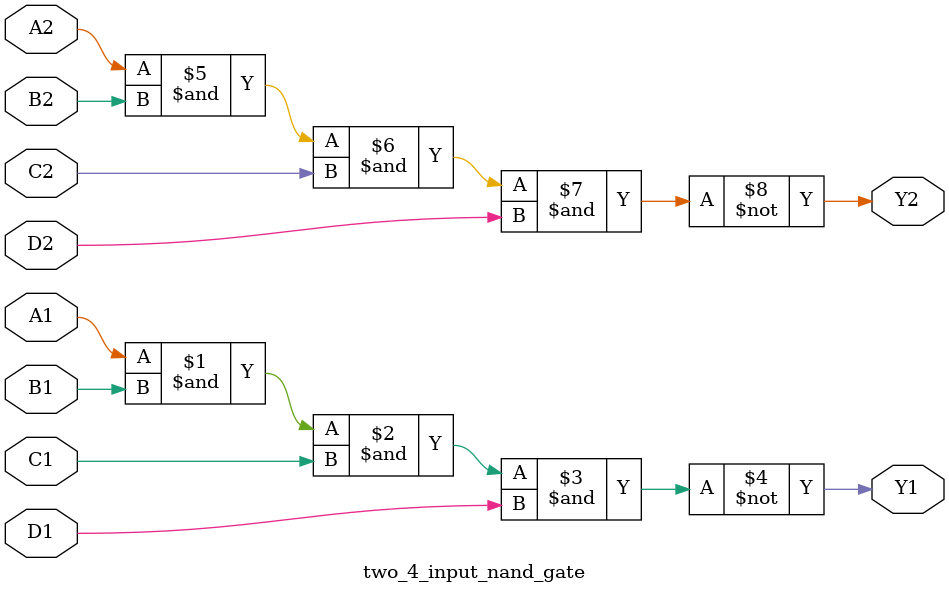
<source format=v>
`timescale 1ns / 1ps


module two_4_input_nand_gate#(parameter Delay = 0)(
    input wire A1,B1,C1,D1,A2,B2,C2,D2,
    output wire Y1,Y2
    );
    
    nand #Delay (Y1,A1,B1,C1,D1);
    nand #Delay (Y2,A2,B2,C2,D2);
    
endmodule

</source>
